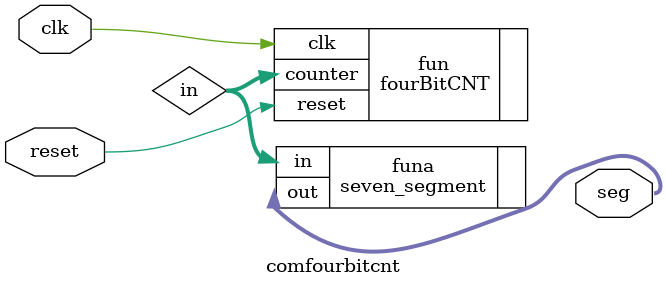
<source format=sv>
module comfourbitcnt(
	input clk,
	input reset,
	output logic [6:0]seg
);

logic [3:0]in;

fourBitCNT fun(
	.clk(clk),
	.counter(in),
	.reset(reset)
);

seven_segment funa(
	.in(in),
	.out(seg)
);

endmodule

</source>
